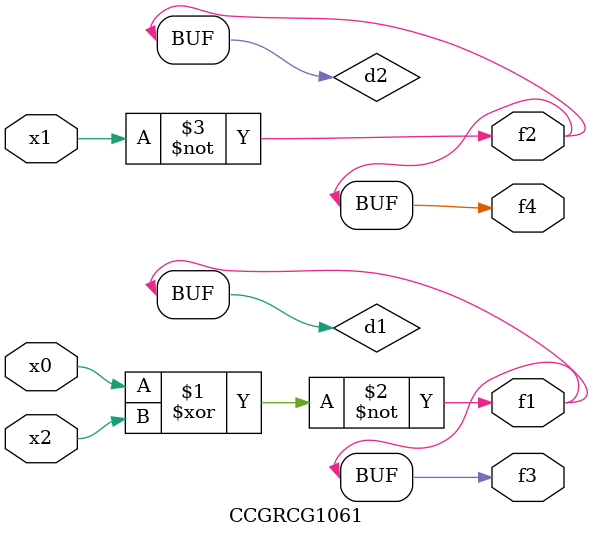
<source format=v>
module CCGRCG1061(
	input x0, x1, x2,
	output f1, f2, f3, f4
);

	wire d1, d2, d3;

	xnor (d1, x0, x2);
	nand (d2, x1);
	nor (d3, x1, x2);
	assign f1 = d1;
	assign f2 = d2;
	assign f3 = d1;
	assign f4 = d2;
endmodule

</source>
